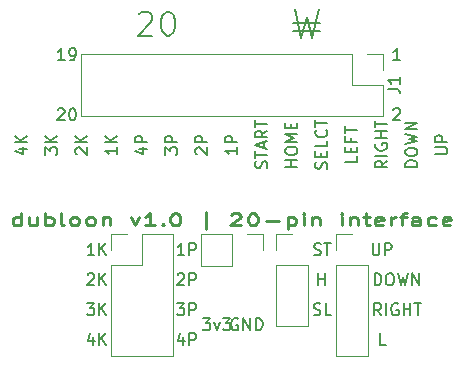
<source format=gto>
G04 #@! TF.GenerationSoftware,KiCad,Pcbnew,(5.1.10)-1*
G04 #@! TF.CreationDate,2022-05-03T00:12:14-07:00*
G04 #@! TF.ProjectId,DUBloon,4455426c-6f6f-46e2-9e6b-696361645f70,rev?*
G04 #@! TF.SameCoordinates,Original*
G04 #@! TF.FileFunction,Legend,Top*
G04 #@! TF.FilePolarity,Positive*
%FSLAX46Y46*%
G04 Gerber Fmt 4.6, Leading zero omitted, Abs format (unit mm)*
G04 Created by KiCad (PCBNEW (5.1.10)-1) date 2022-05-03 00:12:14*
%MOMM*%
%LPD*%
G01*
G04 APERTURE LIST*
%ADD10C,0.150000*%
%ADD11C,0.250000*%
%ADD12C,0.120000*%
%ADD13R,1.700000X1.700000*%
%ADD14O,1.700000X1.700000*%
%ADD15R,2.000000X3.000000*%
%ADD16C,3.200000*%
G04 APERTURE END LIST*
D10*
X157721428Y-59645714D02*
X158292857Y-62045714D01*
X158750000Y-60331428D01*
X159207142Y-62045714D01*
X159778571Y-59645714D01*
X157607142Y-61474285D02*
X159892857Y-61474285D01*
X157607142Y-60788571D02*
X159892857Y-60788571D01*
X144526190Y-60055238D02*
X144621428Y-59960000D01*
X144811904Y-59864761D01*
X145288095Y-59864761D01*
X145478571Y-59960000D01*
X145573809Y-60055238D01*
X145669047Y-60245714D01*
X145669047Y-60436190D01*
X145573809Y-60721904D01*
X144430952Y-61864761D01*
X145669047Y-61864761D01*
X146907142Y-59864761D02*
X147097619Y-59864761D01*
X147288095Y-59960000D01*
X147383333Y-60055238D01*
X147478571Y-60245714D01*
X147573809Y-60626666D01*
X147573809Y-61102857D01*
X147478571Y-61483809D01*
X147383333Y-61674285D01*
X147288095Y-61769523D01*
X147097619Y-61864761D01*
X146907142Y-61864761D01*
X146716666Y-61769523D01*
X146621428Y-61674285D01*
X146526190Y-61483809D01*
X146430952Y-61102857D01*
X146430952Y-60626666D01*
X146526190Y-60245714D01*
X146621428Y-60055238D01*
X146716666Y-59960000D01*
X146907142Y-59864761D01*
D11*
X134542857Y-77922380D02*
X134542857Y-76922380D01*
X134542857Y-77874761D02*
X134400000Y-77922380D01*
X134114285Y-77922380D01*
X133971428Y-77874761D01*
X133899999Y-77827142D01*
X133828571Y-77731904D01*
X133828571Y-77446190D01*
X133899999Y-77350952D01*
X133971428Y-77303333D01*
X134114285Y-77255714D01*
X134400000Y-77255714D01*
X134542857Y-77303333D01*
X135900000Y-77255714D02*
X135900000Y-77922380D01*
X135257142Y-77255714D02*
X135257142Y-77779523D01*
X135328571Y-77874761D01*
X135471428Y-77922380D01*
X135685714Y-77922380D01*
X135828571Y-77874761D01*
X135900000Y-77827142D01*
X136614285Y-77922380D02*
X136614285Y-76922380D01*
X136614285Y-77303333D02*
X136757142Y-77255714D01*
X137042857Y-77255714D01*
X137185714Y-77303333D01*
X137257142Y-77350952D01*
X137328571Y-77446190D01*
X137328571Y-77731904D01*
X137257142Y-77827142D01*
X137185714Y-77874761D01*
X137042857Y-77922380D01*
X136757142Y-77922380D01*
X136614285Y-77874761D01*
X138185714Y-77922380D02*
X138042857Y-77874761D01*
X137971428Y-77779523D01*
X137971428Y-76922380D01*
X138971428Y-77922380D02*
X138828571Y-77874761D01*
X138757142Y-77827142D01*
X138685714Y-77731904D01*
X138685714Y-77446190D01*
X138757142Y-77350952D01*
X138828571Y-77303333D01*
X138971428Y-77255714D01*
X139185714Y-77255714D01*
X139328571Y-77303333D01*
X139400000Y-77350952D01*
X139471428Y-77446190D01*
X139471428Y-77731904D01*
X139400000Y-77827142D01*
X139328571Y-77874761D01*
X139185714Y-77922380D01*
X138971428Y-77922380D01*
X140328571Y-77922380D02*
X140185714Y-77874761D01*
X140114285Y-77827142D01*
X140042857Y-77731904D01*
X140042857Y-77446190D01*
X140114285Y-77350952D01*
X140185714Y-77303333D01*
X140328571Y-77255714D01*
X140542857Y-77255714D01*
X140685714Y-77303333D01*
X140757142Y-77350952D01*
X140828571Y-77446190D01*
X140828571Y-77731904D01*
X140757142Y-77827142D01*
X140685714Y-77874761D01*
X140542857Y-77922380D01*
X140328571Y-77922380D01*
X141471428Y-77255714D02*
X141471428Y-77922380D01*
X141471428Y-77350952D02*
X141542857Y-77303333D01*
X141685714Y-77255714D01*
X141900000Y-77255714D01*
X142042857Y-77303333D01*
X142114285Y-77398571D01*
X142114285Y-77922380D01*
X143828571Y-77255714D02*
X144185714Y-77922380D01*
X144542857Y-77255714D01*
X145900000Y-77922380D02*
X145042857Y-77922380D01*
X145471428Y-77922380D02*
X145471428Y-76922380D01*
X145328571Y-77065238D01*
X145185714Y-77160476D01*
X145042857Y-77208095D01*
X146542857Y-77827142D02*
X146614285Y-77874761D01*
X146542857Y-77922380D01*
X146471428Y-77874761D01*
X146542857Y-77827142D01*
X146542857Y-77922380D01*
X147542857Y-76922380D02*
X147685714Y-76922380D01*
X147828571Y-76970000D01*
X147900000Y-77017619D01*
X147971428Y-77112857D01*
X148042857Y-77303333D01*
X148042857Y-77541428D01*
X147971428Y-77731904D01*
X147900000Y-77827142D01*
X147828571Y-77874761D01*
X147685714Y-77922380D01*
X147542857Y-77922380D01*
X147400000Y-77874761D01*
X147328571Y-77827142D01*
X147257142Y-77731904D01*
X147185714Y-77541428D01*
X147185714Y-77303333D01*
X147257142Y-77112857D01*
X147328571Y-77017619D01*
X147400000Y-76970000D01*
X147542857Y-76922380D01*
X150185714Y-78255714D02*
X150185714Y-76827142D01*
X152328571Y-77017619D02*
X152400000Y-76970000D01*
X152542857Y-76922380D01*
X152900000Y-76922380D01*
X153042857Y-76970000D01*
X153114285Y-77017619D01*
X153185714Y-77112857D01*
X153185714Y-77208095D01*
X153114285Y-77350952D01*
X152257142Y-77922380D01*
X153185714Y-77922380D01*
X154114285Y-76922380D02*
X154257142Y-76922380D01*
X154400000Y-76970000D01*
X154471428Y-77017619D01*
X154542857Y-77112857D01*
X154614285Y-77303333D01*
X154614285Y-77541428D01*
X154542857Y-77731904D01*
X154471428Y-77827142D01*
X154400000Y-77874761D01*
X154257142Y-77922380D01*
X154114285Y-77922380D01*
X153971428Y-77874761D01*
X153900000Y-77827142D01*
X153828571Y-77731904D01*
X153757142Y-77541428D01*
X153757142Y-77303333D01*
X153828571Y-77112857D01*
X153900000Y-77017619D01*
X153971428Y-76970000D01*
X154114285Y-76922380D01*
X155257142Y-77541428D02*
X156400000Y-77541428D01*
X157114285Y-77255714D02*
X157114285Y-78255714D01*
X157114285Y-77303333D02*
X157257142Y-77255714D01*
X157542857Y-77255714D01*
X157685714Y-77303333D01*
X157757142Y-77350952D01*
X157828571Y-77446190D01*
X157828571Y-77731904D01*
X157757142Y-77827142D01*
X157685714Y-77874761D01*
X157542857Y-77922380D01*
X157257142Y-77922380D01*
X157114285Y-77874761D01*
X158471428Y-77922380D02*
X158471428Y-77255714D01*
X158471428Y-76922380D02*
X158400000Y-76970000D01*
X158471428Y-77017619D01*
X158542857Y-76970000D01*
X158471428Y-76922380D01*
X158471428Y-77017619D01*
X159185714Y-77255714D02*
X159185714Y-77922380D01*
X159185714Y-77350952D02*
X159257142Y-77303333D01*
X159400000Y-77255714D01*
X159614285Y-77255714D01*
X159757142Y-77303333D01*
X159828571Y-77398571D01*
X159828571Y-77922380D01*
X161685714Y-77922380D02*
X161685714Y-77255714D01*
X161685714Y-76922380D02*
X161614285Y-76970000D01*
X161685714Y-77017619D01*
X161757142Y-76970000D01*
X161685714Y-76922380D01*
X161685714Y-77017619D01*
X162400000Y-77255714D02*
X162400000Y-77922380D01*
X162400000Y-77350952D02*
X162471428Y-77303333D01*
X162614285Y-77255714D01*
X162828571Y-77255714D01*
X162971428Y-77303333D01*
X163042857Y-77398571D01*
X163042857Y-77922380D01*
X163542857Y-77255714D02*
X164114285Y-77255714D01*
X163757142Y-76922380D02*
X163757142Y-77779523D01*
X163828571Y-77874761D01*
X163971428Y-77922380D01*
X164114285Y-77922380D01*
X165185714Y-77874761D02*
X165042857Y-77922380D01*
X164757142Y-77922380D01*
X164614285Y-77874761D01*
X164542857Y-77779523D01*
X164542857Y-77398571D01*
X164614285Y-77303333D01*
X164757142Y-77255714D01*
X165042857Y-77255714D01*
X165185714Y-77303333D01*
X165257142Y-77398571D01*
X165257142Y-77493809D01*
X164542857Y-77589047D01*
X165900000Y-77922380D02*
X165900000Y-77255714D01*
X165900000Y-77446190D02*
X165971428Y-77350952D01*
X166042857Y-77303333D01*
X166185714Y-77255714D01*
X166328571Y-77255714D01*
X166614285Y-77255714D02*
X167185714Y-77255714D01*
X166828571Y-77922380D02*
X166828571Y-77065238D01*
X166900000Y-76970000D01*
X167042857Y-76922380D01*
X167185714Y-76922380D01*
X168328571Y-77922380D02*
X168328571Y-77398571D01*
X168257142Y-77303333D01*
X168114285Y-77255714D01*
X167828571Y-77255714D01*
X167685714Y-77303333D01*
X168328571Y-77874761D02*
X168185714Y-77922380D01*
X167828571Y-77922380D01*
X167685714Y-77874761D01*
X167614285Y-77779523D01*
X167614285Y-77684285D01*
X167685714Y-77589047D01*
X167828571Y-77541428D01*
X168185714Y-77541428D01*
X168328571Y-77493809D01*
X169685714Y-77874761D02*
X169542857Y-77922380D01*
X169257142Y-77922380D01*
X169114285Y-77874761D01*
X169042857Y-77827142D01*
X168971428Y-77731904D01*
X168971428Y-77446190D01*
X169042857Y-77350952D01*
X169114285Y-77303333D01*
X169257142Y-77255714D01*
X169542857Y-77255714D01*
X169685714Y-77303333D01*
X170900000Y-77874761D02*
X170757142Y-77922380D01*
X170471428Y-77922380D01*
X170328571Y-77874761D01*
X170257142Y-77779523D01*
X170257142Y-77398571D01*
X170328571Y-77303333D01*
X170471428Y-77255714D01*
X170757142Y-77255714D01*
X170900000Y-77303333D01*
X170971428Y-77398571D01*
X170971428Y-77493809D01*
X170257142Y-77589047D01*
D10*
X159329523Y-85494761D02*
X159472380Y-85542380D01*
X159710476Y-85542380D01*
X159805714Y-85494761D01*
X159853333Y-85447142D01*
X159900952Y-85351904D01*
X159900952Y-85256666D01*
X159853333Y-85161428D01*
X159805714Y-85113809D01*
X159710476Y-85066190D01*
X159520000Y-85018571D01*
X159424761Y-84970952D01*
X159377142Y-84923333D01*
X159329523Y-84828095D01*
X159329523Y-84732857D01*
X159377142Y-84637619D01*
X159424761Y-84590000D01*
X159520000Y-84542380D01*
X159758095Y-84542380D01*
X159900952Y-84590000D01*
X160805714Y-85542380D02*
X160329523Y-85542380D01*
X160329523Y-84542380D01*
X159734285Y-83002380D02*
X159734285Y-82002380D01*
X159734285Y-82478571D02*
X160305714Y-82478571D01*
X160305714Y-83002380D02*
X160305714Y-82002380D01*
X159353333Y-80414761D02*
X159496190Y-80462380D01*
X159734285Y-80462380D01*
X159829523Y-80414761D01*
X159877142Y-80367142D01*
X159924761Y-80271904D01*
X159924761Y-80176666D01*
X159877142Y-80081428D01*
X159829523Y-80033809D01*
X159734285Y-79986190D01*
X159543809Y-79938571D01*
X159448571Y-79890952D01*
X159400952Y-79843333D01*
X159353333Y-79748095D01*
X159353333Y-79652857D01*
X159400952Y-79557619D01*
X159448571Y-79510000D01*
X159543809Y-79462380D01*
X159781904Y-79462380D01*
X159924761Y-79510000D01*
X160210476Y-79462380D02*
X160781904Y-79462380D01*
X160496190Y-80462380D02*
X160496190Y-79462380D01*
X140660476Y-87415714D02*
X140660476Y-88082380D01*
X140422380Y-87034761D02*
X140184285Y-87749047D01*
X140803333Y-87749047D01*
X141184285Y-88082380D02*
X141184285Y-87082380D01*
X141755714Y-88082380D02*
X141327142Y-87510952D01*
X141755714Y-87082380D02*
X141184285Y-87653809D01*
X140184285Y-82097619D02*
X140231904Y-82050000D01*
X140327142Y-82002380D01*
X140565238Y-82002380D01*
X140660476Y-82050000D01*
X140708095Y-82097619D01*
X140755714Y-82192857D01*
X140755714Y-82288095D01*
X140708095Y-82430952D01*
X140136666Y-83002380D01*
X140755714Y-83002380D01*
X141184285Y-83002380D02*
X141184285Y-82002380D01*
X141755714Y-83002380D02*
X141327142Y-82430952D01*
X141755714Y-82002380D02*
X141184285Y-82573809D01*
X140136666Y-84542380D02*
X140755714Y-84542380D01*
X140422380Y-84923333D01*
X140565238Y-84923333D01*
X140660476Y-84970952D01*
X140708095Y-85018571D01*
X140755714Y-85113809D01*
X140755714Y-85351904D01*
X140708095Y-85447142D01*
X140660476Y-85494761D01*
X140565238Y-85542380D01*
X140279523Y-85542380D01*
X140184285Y-85494761D01*
X140136666Y-85447142D01*
X141184285Y-85542380D02*
X141184285Y-84542380D01*
X141755714Y-85542380D02*
X141327142Y-84970952D01*
X141755714Y-84542380D02*
X141184285Y-85113809D01*
X140755714Y-80462380D02*
X140184285Y-80462380D01*
X140470000Y-80462380D02*
X140470000Y-79462380D01*
X140374761Y-79605238D01*
X140279523Y-79700476D01*
X140184285Y-79748095D01*
X141184285Y-80462380D02*
X141184285Y-79462380D01*
X141755714Y-80462380D02*
X141327142Y-79890952D01*
X141755714Y-79462380D02*
X141184285Y-80033809D01*
X148280476Y-87415714D02*
X148280476Y-88082380D01*
X148042380Y-87034761D02*
X147804285Y-87749047D01*
X148423333Y-87749047D01*
X148804285Y-88082380D02*
X148804285Y-87082380D01*
X149185238Y-87082380D01*
X149280476Y-87130000D01*
X149328095Y-87177619D01*
X149375714Y-87272857D01*
X149375714Y-87415714D01*
X149328095Y-87510952D01*
X149280476Y-87558571D01*
X149185238Y-87606190D01*
X148804285Y-87606190D01*
X147756666Y-84542380D02*
X148375714Y-84542380D01*
X148042380Y-84923333D01*
X148185238Y-84923333D01*
X148280476Y-84970952D01*
X148328095Y-85018571D01*
X148375714Y-85113809D01*
X148375714Y-85351904D01*
X148328095Y-85447142D01*
X148280476Y-85494761D01*
X148185238Y-85542380D01*
X147899523Y-85542380D01*
X147804285Y-85494761D01*
X147756666Y-85447142D01*
X148804285Y-85542380D02*
X148804285Y-84542380D01*
X149185238Y-84542380D01*
X149280476Y-84590000D01*
X149328095Y-84637619D01*
X149375714Y-84732857D01*
X149375714Y-84875714D01*
X149328095Y-84970952D01*
X149280476Y-85018571D01*
X149185238Y-85066190D01*
X148804285Y-85066190D01*
X147804285Y-82097619D02*
X147851904Y-82050000D01*
X147947142Y-82002380D01*
X148185238Y-82002380D01*
X148280476Y-82050000D01*
X148328095Y-82097619D01*
X148375714Y-82192857D01*
X148375714Y-82288095D01*
X148328095Y-82430952D01*
X147756666Y-83002380D01*
X148375714Y-83002380D01*
X148804285Y-83002380D02*
X148804285Y-82002380D01*
X149185238Y-82002380D01*
X149280476Y-82050000D01*
X149328095Y-82097619D01*
X149375714Y-82192857D01*
X149375714Y-82335714D01*
X149328095Y-82430952D01*
X149280476Y-82478571D01*
X149185238Y-82526190D01*
X148804285Y-82526190D01*
X148375714Y-80462380D02*
X147804285Y-80462380D01*
X148090000Y-80462380D02*
X148090000Y-79462380D01*
X147994761Y-79605238D01*
X147899523Y-79700476D01*
X147804285Y-79748095D01*
X148804285Y-80462380D02*
X148804285Y-79462380D01*
X149185238Y-79462380D01*
X149280476Y-79510000D01*
X149328095Y-79557619D01*
X149375714Y-79652857D01*
X149375714Y-79795714D01*
X149328095Y-79890952D01*
X149280476Y-79938571D01*
X149185238Y-79986190D01*
X148804285Y-79986190D01*
X165409523Y-88082380D02*
X164933333Y-88082380D01*
X164933333Y-87082380D01*
X165036666Y-85542380D02*
X164703333Y-85066190D01*
X164465238Y-85542380D02*
X164465238Y-84542380D01*
X164846190Y-84542380D01*
X164941428Y-84590000D01*
X164989047Y-84637619D01*
X165036666Y-84732857D01*
X165036666Y-84875714D01*
X164989047Y-84970952D01*
X164941428Y-85018571D01*
X164846190Y-85066190D01*
X164465238Y-85066190D01*
X165465238Y-85542380D02*
X165465238Y-84542380D01*
X166465238Y-84590000D02*
X166370000Y-84542380D01*
X166227142Y-84542380D01*
X166084285Y-84590000D01*
X165989047Y-84685238D01*
X165941428Y-84780476D01*
X165893809Y-84970952D01*
X165893809Y-85113809D01*
X165941428Y-85304285D01*
X165989047Y-85399523D01*
X166084285Y-85494761D01*
X166227142Y-85542380D01*
X166322380Y-85542380D01*
X166465238Y-85494761D01*
X166512857Y-85447142D01*
X166512857Y-85113809D01*
X166322380Y-85113809D01*
X166941428Y-85542380D02*
X166941428Y-84542380D01*
X166941428Y-85018571D02*
X167512857Y-85018571D01*
X167512857Y-85542380D02*
X167512857Y-84542380D01*
X167846190Y-84542380D02*
X168417619Y-84542380D01*
X168131904Y-85542380D02*
X168131904Y-84542380D01*
X164489047Y-83002380D02*
X164489047Y-82002380D01*
X164727142Y-82002380D01*
X164870000Y-82050000D01*
X164965238Y-82145238D01*
X165012857Y-82240476D01*
X165060476Y-82430952D01*
X165060476Y-82573809D01*
X165012857Y-82764285D01*
X164965238Y-82859523D01*
X164870000Y-82954761D01*
X164727142Y-83002380D01*
X164489047Y-83002380D01*
X165679523Y-82002380D02*
X165870000Y-82002380D01*
X165965238Y-82050000D01*
X166060476Y-82145238D01*
X166108095Y-82335714D01*
X166108095Y-82669047D01*
X166060476Y-82859523D01*
X165965238Y-82954761D01*
X165870000Y-83002380D01*
X165679523Y-83002380D01*
X165584285Y-82954761D01*
X165489047Y-82859523D01*
X165441428Y-82669047D01*
X165441428Y-82335714D01*
X165489047Y-82145238D01*
X165584285Y-82050000D01*
X165679523Y-82002380D01*
X166441428Y-82002380D02*
X166679523Y-83002380D01*
X166870000Y-82288095D01*
X167060476Y-83002380D01*
X167298571Y-82002380D01*
X167679523Y-83002380D02*
X167679523Y-82002380D01*
X168250952Y-83002380D01*
X168250952Y-82002380D01*
X164314285Y-79462380D02*
X164314285Y-80271904D01*
X164361904Y-80367142D01*
X164409523Y-80414761D01*
X164504761Y-80462380D01*
X164695238Y-80462380D01*
X164790476Y-80414761D01*
X164838095Y-80367142D01*
X164885714Y-80271904D01*
X164885714Y-79462380D01*
X165361904Y-80462380D02*
X165361904Y-79462380D01*
X165742857Y-79462380D01*
X165838095Y-79510000D01*
X165885714Y-79557619D01*
X165933333Y-79652857D01*
X165933333Y-79795714D01*
X165885714Y-79890952D01*
X165838095Y-79938571D01*
X165742857Y-79986190D01*
X165361904Y-79986190D01*
X134405714Y-71429523D02*
X135072380Y-71429523D01*
X134024761Y-71667619D02*
X134739047Y-71905714D01*
X134739047Y-71286666D01*
X135072380Y-70905714D02*
X134072380Y-70905714D01*
X135072380Y-70334285D02*
X134500952Y-70762857D01*
X134072380Y-70334285D02*
X134643809Y-70905714D01*
X136612380Y-71953333D02*
X136612380Y-71334285D01*
X136993333Y-71667619D01*
X136993333Y-71524761D01*
X137040952Y-71429523D01*
X137088571Y-71381904D01*
X137183809Y-71334285D01*
X137421904Y-71334285D01*
X137517142Y-71381904D01*
X137564761Y-71429523D01*
X137612380Y-71524761D01*
X137612380Y-71810476D01*
X137564761Y-71905714D01*
X137517142Y-71953333D01*
X137612380Y-70905714D02*
X136612380Y-70905714D01*
X137612380Y-70334285D02*
X137040952Y-70762857D01*
X136612380Y-70334285D02*
X137183809Y-70905714D01*
X139247619Y-71905714D02*
X139200000Y-71858095D01*
X139152380Y-71762857D01*
X139152380Y-71524761D01*
X139200000Y-71429523D01*
X139247619Y-71381904D01*
X139342857Y-71334285D01*
X139438095Y-71334285D01*
X139580952Y-71381904D01*
X140152380Y-71953333D01*
X140152380Y-71334285D01*
X140152380Y-70905714D02*
X139152380Y-70905714D01*
X140152380Y-70334285D02*
X139580952Y-70762857D01*
X139152380Y-70334285D02*
X139723809Y-70905714D01*
X142692380Y-71334285D02*
X142692380Y-71905714D01*
X142692380Y-71620000D02*
X141692380Y-71620000D01*
X141835238Y-71715238D01*
X141930476Y-71810476D01*
X141978095Y-71905714D01*
X142692380Y-70905714D02*
X141692380Y-70905714D01*
X142692380Y-70334285D02*
X142120952Y-70762857D01*
X141692380Y-70334285D02*
X142263809Y-70905714D01*
X144565714Y-71429523D02*
X145232380Y-71429523D01*
X144184761Y-71667619D02*
X144899047Y-71905714D01*
X144899047Y-71286666D01*
X145232380Y-70905714D02*
X144232380Y-70905714D01*
X144232380Y-70524761D01*
X144280000Y-70429523D01*
X144327619Y-70381904D01*
X144422857Y-70334285D01*
X144565714Y-70334285D01*
X144660952Y-70381904D01*
X144708571Y-70429523D01*
X144756190Y-70524761D01*
X144756190Y-70905714D01*
X146772380Y-71953333D02*
X146772380Y-71334285D01*
X147153333Y-71667619D01*
X147153333Y-71524761D01*
X147200952Y-71429523D01*
X147248571Y-71381904D01*
X147343809Y-71334285D01*
X147581904Y-71334285D01*
X147677142Y-71381904D01*
X147724761Y-71429523D01*
X147772380Y-71524761D01*
X147772380Y-71810476D01*
X147724761Y-71905714D01*
X147677142Y-71953333D01*
X147772380Y-70905714D02*
X146772380Y-70905714D01*
X146772380Y-70524761D01*
X146820000Y-70429523D01*
X146867619Y-70381904D01*
X146962857Y-70334285D01*
X147105714Y-70334285D01*
X147200952Y-70381904D01*
X147248571Y-70429523D01*
X147296190Y-70524761D01*
X147296190Y-70905714D01*
X149407619Y-71905714D02*
X149360000Y-71858095D01*
X149312380Y-71762857D01*
X149312380Y-71524761D01*
X149360000Y-71429523D01*
X149407619Y-71381904D01*
X149502857Y-71334285D01*
X149598095Y-71334285D01*
X149740952Y-71381904D01*
X150312380Y-71953333D01*
X150312380Y-71334285D01*
X150312380Y-70905714D02*
X149312380Y-70905714D01*
X149312380Y-70524761D01*
X149360000Y-70429523D01*
X149407619Y-70381904D01*
X149502857Y-70334285D01*
X149645714Y-70334285D01*
X149740952Y-70381904D01*
X149788571Y-70429523D01*
X149836190Y-70524761D01*
X149836190Y-70905714D01*
X152852380Y-71334285D02*
X152852380Y-71905714D01*
X152852380Y-71620000D02*
X151852380Y-71620000D01*
X151995238Y-71715238D01*
X152090476Y-71810476D01*
X152138095Y-71905714D01*
X152852380Y-70905714D02*
X151852380Y-70905714D01*
X151852380Y-70524761D01*
X151900000Y-70429523D01*
X151947619Y-70381904D01*
X152042857Y-70334285D01*
X152185714Y-70334285D01*
X152280952Y-70381904D01*
X152328571Y-70429523D01*
X152376190Y-70524761D01*
X152376190Y-70905714D01*
X155344761Y-73096190D02*
X155392380Y-72953333D01*
X155392380Y-72715238D01*
X155344761Y-72620000D01*
X155297142Y-72572380D01*
X155201904Y-72524761D01*
X155106666Y-72524761D01*
X155011428Y-72572380D01*
X154963809Y-72620000D01*
X154916190Y-72715238D01*
X154868571Y-72905714D01*
X154820952Y-73000952D01*
X154773333Y-73048571D01*
X154678095Y-73096190D01*
X154582857Y-73096190D01*
X154487619Y-73048571D01*
X154440000Y-73000952D01*
X154392380Y-72905714D01*
X154392380Y-72667619D01*
X154440000Y-72524761D01*
X154392380Y-72239047D02*
X154392380Y-71667619D01*
X155392380Y-71953333D02*
X154392380Y-71953333D01*
X155106666Y-71381904D02*
X155106666Y-70905714D01*
X155392380Y-71477142D02*
X154392380Y-71143809D01*
X155392380Y-70810476D01*
X155392380Y-69905714D02*
X154916190Y-70239047D01*
X155392380Y-70477142D02*
X154392380Y-70477142D01*
X154392380Y-70096190D01*
X154440000Y-70000952D01*
X154487619Y-69953333D01*
X154582857Y-69905714D01*
X154725714Y-69905714D01*
X154820952Y-69953333D01*
X154868571Y-70000952D01*
X154916190Y-70096190D01*
X154916190Y-70477142D01*
X154392380Y-69620000D02*
X154392380Y-69048571D01*
X155392380Y-69334285D02*
X154392380Y-69334285D01*
X157932380Y-72953333D02*
X156932380Y-72953333D01*
X157408571Y-72953333D02*
X157408571Y-72381904D01*
X157932380Y-72381904D02*
X156932380Y-72381904D01*
X156932380Y-71715238D02*
X156932380Y-71524761D01*
X156980000Y-71429523D01*
X157075238Y-71334285D01*
X157265714Y-71286666D01*
X157599047Y-71286666D01*
X157789523Y-71334285D01*
X157884761Y-71429523D01*
X157932380Y-71524761D01*
X157932380Y-71715238D01*
X157884761Y-71810476D01*
X157789523Y-71905714D01*
X157599047Y-71953333D01*
X157265714Y-71953333D01*
X157075238Y-71905714D01*
X156980000Y-71810476D01*
X156932380Y-71715238D01*
X157932380Y-70858095D02*
X156932380Y-70858095D01*
X157646666Y-70524761D01*
X156932380Y-70191428D01*
X157932380Y-70191428D01*
X157408571Y-69715238D02*
X157408571Y-69381904D01*
X157932380Y-69239047D02*
X157932380Y-69715238D01*
X156932380Y-69715238D01*
X156932380Y-69239047D01*
X160424761Y-73143809D02*
X160472380Y-73000952D01*
X160472380Y-72762857D01*
X160424761Y-72667619D01*
X160377142Y-72620000D01*
X160281904Y-72572380D01*
X160186666Y-72572380D01*
X160091428Y-72620000D01*
X160043809Y-72667619D01*
X159996190Y-72762857D01*
X159948571Y-72953333D01*
X159900952Y-73048571D01*
X159853333Y-73096190D01*
X159758095Y-73143809D01*
X159662857Y-73143809D01*
X159567619Y-73096190D01*
X159520000Y-73048571D01*
X159472380Y-72953333D01*
X159472380Y-72715238D01*
X159520000Y-72572380D01*
X159948571Y-72143809D02*
X159948571Y-71810476D01*
X160472380Y-71667619D02*
X160472380Y-72143809D01*
X159472380Y-72143809D01*
X159472380Y-71667619D01*
X160472380Y-70762857D02*
X160472380Y-71239047D01*
X159472380Y-71239047D01*
X160377142Y-69858095D02*
X160424761Y-69905714D01*
X160472380Y-70048571D01*
X160472380Y-70143809D01*
X160424761Y-70286666D01*
X160329523Y-70381904D01*
X160234285Y-70429523D01*
X160043809Y-70477142D01*
X159900952Y-70477142D01*
X159710476Y-70429523D01*
X159615238Y-70381904D01*
X159520000Y-70286666D01*
X159472380Y-70143809D01*
X159472380Y-70048571D01*
X159520000Y-69905714D01*
X159567619Y-69858095D01*
X159472380Y-69572380D02*
X159472380Y-69000952D01*
X160472380Y-69286666D02*
X159472380Y-69286666D01*
X163012380Y-72072380D02*
X163012380Y-72548571D01*
X162012380Y-72548571D01*
X162488571Y-71739047D02*
X162488571Y-71405714D01*
X163012380Y-71262857D02*
X163012380Y-71739047D01*
X162012380Y-71739047D01*
X162012380Y-71262857D01*
X162488571Y-70500952D02*
X162488571Y-70834285D01*
X163012380Y-70834285D02*
X162012380Y-70834285D01*
X162012380Y-70358095D01*
X162012380Y-70120000D02*
X162012380Y-69548571D01*
X163012380Y-69834285D02*
X162012380Y-69834285D01*
X165552380Y-72453333D02*
X165076190Y-72786666D01*
X165552380Y-73024761D02*
X164552380Y-73024761D01*
X164552380Y-72643809D01*
X164600000Y-72548571D01*
X164647619Y-72500952D01*
X164742857Y-72453333D01*
X164885714Y-72453333D01*
X164980952Y-72500952D01*
X165028571Y-72548571D01*
X165076190Y-72643809D01*
X165076190Y-73024761D01*
X165552380Y-72024761D02*
X164552380Y-72024761D01*
X164600000Y-71024761D02*
X164552380Y-71120000D01*
X164552380Y-71262857D01*
X164600000Y-71405714D01*
X164695238Y-71500952D01*
X164790476Y-71548571D01*
X164980952Y-71596190D01*
X165123809Y-71596190D01*
X165314285Y-71548571D01*
X165409523Y-71500952D01*
X165504761Y-71405714D01*
X165552380Y-71262857D01*
X165552380Y-71167619D01*
X165504761Y-71024761D01*
X165457142Y-70977142D01*
X165123809Y-70977142D01*
X165123809Y-71167619D01*
X165552380Y-70548571D02*
X164552380Y-70548571D01*
X165028571Y-70548571D02*
X165028571Y-69977142D01*
X165552380Y-69977142D02*
X164552380Y-69977142D01*
X164552380Y-69643809D02*
X164552380Y-69072380D01*
X165552380Y-69358095D02*
X164552380Y-69358095D01*
X168092380Y-73000952D02*
X167092380Y-73000952D01*
X167092380Y-72762857D01*
X167140000Y-72620000D01*
X167235238Y-72524761D01*
X167330476Y-72477142D01*
X167520952Y-72429523D01*
X167663809Y-72429523D01*
X167854285Y-72477142D01*
X167949523Y-72524761D01*
X168044761Y-72620000D01*
X168092380Y-72762857D01*
X168092380Y-73000952D01*
X167092380Y-71810476D02*
X167092380Y-71620000D01*
X167140000Y-71524761D01*
X167235238Y-71429523D01*
X167425714Y-71381904D01*
X167759047Y-71381904D01*
X167949523Y-71429523D01*
X168044761Y-71524761D01*
X168092380Y-71620000D01*
X168092380Y-71810476D01*
X168044761Y-71905714D01*
X167949523Y-72000952D01*
X167759047Y-72048571D01*
X167425714Y-72048571D01*
X167235238Y-72000952D01*
X167140000Y-71905714D01*
X167092380Y-71810476D01*
X167092380Y-71048571D02*
X168092380Y-70810476D01*
X167378095Y-70620000D01*
X168092380Y-70429523D01*
X167092380Y-70191428D01*
X168092380Y-69810476D02*
X167092380Y-69810476D01*
X168092380Y-69239047D01*
X167092380Y-69239047D01*
X169632380Y-71905714D02*
X170441904Y-71905714D01*
X170537142Y-71858095D01*
X170584761Y-71810476D01*
X170632380Y-71715238D01*
X170632380Y-71524761D01*
X170584761Y-71429523D01*
X170537142Y-71381904D01*
X170441904Y-71334285D01*
X169632380Y-71334285D01*
X170632380Y-70858095D02*
X169632380Y-70858095D01*
X169632380Y-70477142D01*
X169680000Y-70381904D01*
X169727619Y-70334285D01*
X169822857Y-70286666D01*
X169965714Y-70286666D01*
X170060952Y-70334285D01*
X170108571Y-70381904D01*
X170156190Y-70477142D01*
X170156190Y-70858095D01*
X137668095Y-68127619D02*
X137715714Y-68080000D01*
X137810952Y-68032380D01*
X138049047Y-68032380D01*
X138144285Y-68080000D01*
X138191904Y-68127619D01*
X138239523Y-68222857D01*
X138239523Y-68318095D01*
X138191904Y-68460952D01*
X137620476Y-69032380D01*
X138239523Y-69032380D01*
X138858571Y-68032380D02*
X138953809Y-68032380D01*
X139049047Y-68080000D01*
X139096666Y-68127619D01*
X139144285Y-68222857D01*
X139191904Y-68413333D01*
X139191904Y-68651428D01*
X139144285Y-68841904D01*
X139096666Y-68937142D01*
X139049047Y-68984761D01*
X138953809Y-69032380D01*
X138858571Y-69032380D01*
X138763333Y-68984761D01*
X138715714Y-68937142D01*
X138668095Y-68841904D01*
X138620476Y-68651428D01*
X138620476Y-68413333D01*
X138668095Y-68222857D01*
X138715714Y-68127619D01*
X138763333Y-68080000D01*
X138858571Y-68032380D01*
X138239523Y-63952380D02*
X137668095Y-63952380D01*
X137953809Y-63952380D02*
X137953809Y-62952380D01*
X137858571Y-63095238D01*
X137763333Y-63190476D01*
X137668095Y-63238095D01*
X138715714Y-63952380D02*
X138906190Y-63952380D01*
X139001428Y-63904761D01*
X139049047Y-63857142D01*
X139144285Y-63714285D01*
X139191904Y-63523809D01*
X139191904Y-63142857D01*
X139144285Y-63047619D01*
X139096666Y-63000000D01*
X139001428Y-62952380D01*
X138810952Y-62952380D01*
X138715714Y-63000000D01*
X138668095Y-63047619D01*
X138620476Y-63142857D01*
X138620476Y-63380952D01*
X138668095Y-63476190D01*
X138715714Y-63523809D01*
X138810952Y-63571428D01*
X139001428Y-63571428D01*
X139096666Y-63523809D01*
X139144285Y-63476190D01*
X139191904Y-63380952D01*
X166084285Y-68127619D02*
X166131904Y-68080000D01*
X166227142Y-68032380D01*
X166465238Y-68032380D01*
X166560476Y-68080000D01*
X166608095Y-68127619D01*
X166655714Y-68222857D01*
X166655714Y-68318095D01*
X166608095Y-68460952D01*
X166036666Y-69032380D01*
X166655714Y-69032380D01*
X166655714Y-63952380D02*
X166084285Y-63952380D01*
X166370000Y-63952380D02*
X166370000Y-62952380D01*
X166274761Y-63095238D01*
X166179523Y-63190476D01*
X166084285Y-63238095D01*
D12*
X149800000Y-78680000D02*
X149800000Y-81340000D01*
X152400000Y-78680000D02*
X149800000Y-78680000D01*
X152400000Y-81340000D02*
X149800000Y-81340000D01*
X152400000Y-78680000D02*
X152400000Y-81340000D01*
X153670000Y-78680000D02*
X155000000Y-78680000D01*
X155000000Y-78680000D02*
X155000000Y-80010000D01*
X156150000Y-86420000D02*
X158810000Y-86420000D01*
X156150000Y-81280000D02*
X156150000Y-86420000D01*
X158810000Y-81280000D02*
X158810000Y-86420000D01*
X156150000Y-81280000D02*
X158810000Y-81280000D01*
X156150000Y-80010000D02*
X156150000Y-78680000D01*
X156150000Y-78680000D02*
X157480000Y-78680000D01*
X161230000Y-88960000D02*
X163890000Y-88960000D01*
X161230000Y-81280000D02*
X161230000Y-88960000D01*
X163890000Y-81280000D02*
X163890000Y-88960000D01*
X161230000Y-81280000D02*
X163890000Y-81280000D01*
X161230000Y-80010000D02*
X161230000Y-78680000D01*
X161230000Y-78680000D02*
X162560000Y-78680000D01*
X142180000Y-78680000D02*
X143510000Y-78680000D01*
X142180000Y-80010000D02*
X142180000Y-78680000D01*
X144780000Y-78680000D02*
X147380000Y-78680000D01*
X144780000Y-81280000D02*
X144780000Y-78680000D01*
X142180000Y-81280000D02*
X144780000Y-81280000D01*
X147380000Y-78680000D02*
X147380000Y-88960000D01*
X142180000Y-81280000D02*
X142180000Y-88960000D01*
X142180000Y-88960000D02*
X147380000Y-88960000D01*
X165160000Y-63440000D02*
X165160000Y-64770000D01*
X163830000Y-63440000D02*
X165160000Y-63440000D01*
X165160000Y-66040000D02*
X165160000Y-68640000D01*
X162560000Y-66040000D02*
X165160000Y-66040000D01*
X162560000Y-63440000D02*
X162560000Y-66040000D01*
X165160000Y-68640000D02*
X139640000Y-68640000D01*
X162560000Y-63440000D02*
X139640000Y-63440000D01*
X139640000Y-63440000D02*
X139640000Y-68640000D01*
D10*
X152908095Y-85860000D02*
X152812857Y-85812380D01*
X152670000Y-85812380D01*
X152527142Y-85860000D01*
X152431904Y-85955238D01*
X152384285Y-86050476D01*
X152336666Y-86240952D01*
X152336666Y-86383809D01*
X152384285Y-86574285D01*
X152431904Y-86669523D01*
X152527142Y-86764761D01*
X152670000Y-86812380D01*
X152765238Y-86812380D01*
X152908095Y-86764761D01*
X152955714Y-86717142D01*
X152955714Y-86383809D01*
X152765238Y-86383809D01*
X153384285Y-86812380D02*
X153384285Y-85812380D01*
X153955714Y-86812380D01*
X153955714Y-85812380D01*
X154431904Y-86812380D02*
X154431904Y-85812380D01*
X154670000Y-85812380D01*
X154812857Y-85860000D01*
X154908095Y-85955238D01*
X154955714Y-86050476D01*
X155003333Y-86240952D01*
X155003333Y-86383809D01*
X154955714Y-86574285D01*
X154908095Y-86669523D01*
X154812857Y-86764761D01*
X154670000Y-86812380D01*
X154431904Y-86812380D01*
X149939523Y-85812380D02*
X150558571Y-85812380D01*
X150225238Y-86193333D01*
X150368095Y-86193333D01*
X150463333Y-86240952D01*
X150510952Y-86288571D01*
X150558571Y-86383809D01*
X150558571Y-86621904D01*
X150510952Y-86717142D01*
X150463333Y-86764761D01*
X150368095Y-86812380D01*
X150082380Y-86812380D01*
X149987142Y-86764761D01*
X149939523Y-86717142D01*
X150891904Y-86145714D02*
X151130000Y-86812380D01*
X151368095Y-86145714D01*
X151653809Y-85812380D02*
X152272857Y-85812380D01*
X151939523Y-86193333D01*
X152082380Y-86193333D01*
X152177619Y-86240952D01*
X152225238Y-86288571D01*
X152272857Y-86383809D01*
X152272857Y-86621904D01*
X152225238Y-86717142D01*
X152177619Y-86764761D01*
X152082380Y-86812380D01*
X151796666Y-86812380D01*
X151701428Y-86764761D01*
X151653809Y-86717142D01*
X165612380Y-66373333D02*
X166326666Y-66373333D01*
X166469523Y-66420952D01*
X166564761Y-66516190D01*
X166612380Y-66659047D01*
X166612380Y-66754285D01*
X166612380Y-65373333D02*
X166612380Y-65944761D01*
X166612380Y-65659047D02*
X165612380Y-65659047D01*
X165755238Y-65754285D01*
X165850476Y-65849523D01*
X165898095Y-65944761D01*
%LPC*%
D13*
X153670000Y-80010000D03*
D14*
X151130000Y-80010000D03*
D13*
X157480000Y-80010000D03*
D14*
X157480000Y-82550000D03*
X157480000Y-85090000D03*
D13*
X162560000Y-80010000D03*
D14*
X162560000Y-82550000D03*
X162560000Y-85090000D03*
X162560000Y-87630000D03*
D13*
X143510000Y-80010000D03*
D14*
X146050000Y-80010000D03*
X143510000Y-82550000D03*
X146050000Y-82550000D03*
X143510000Y-85090000D03*
X146050000Y-85090000D03*
X143510000Y-87630000D03*
X146050000Y-87630000D03*
D15*
X153670000Y-83820000D03*
X151130000Y-83820000D03*
D16*
X152400000Y-91440000D03*
X152400000Y-58420000D03*
D15*
X134620000Y-74930000D03*
X137160000Y-74930000D03*
X139700000Y-74930000D03*
X142240000Y-74930000D03*
X144780000Y-74930000D03*
X147320000Y-74930000D03*
X149860000Y-74930000D03*
X152400000Y-74930000D03*
X154940000Y-74930000D03*
X157480000Y-74930000D03*
X160020000Y-74930000D03*
X162560000Y-74930000D03*
X165100000Y-74930000D03*
X167640000Y-74930000D03*
X170180000Y-74930000D03*
D13*
X163830000Y-64770000D03*
D14*
X163830000Y-67310000D03*
X161290000Y-64770000D03*
X161290000Y-67310000D03*
X158750000Y-64770000D03*
X158750000Y-67310000D03*
X156210000Y-64770000D03*
X156210000Y-67310000D03*
X153670000Y-64770000D03*
X153670000Y-67310000D03*
X151130000Y-64770000D03*
X151130000Y-67310000D03*
X148590000Y-64770000D03*
X148590000Y-67310000D03*
X146050000Y-64770000D03*
X146050000Y-67310000D03*
X143510000Y-64770000D03*
X143510000Y-67310000D03*
X140970000Y-64770000D03*
X140970000Y-67310000D03*
M02*

</source>
